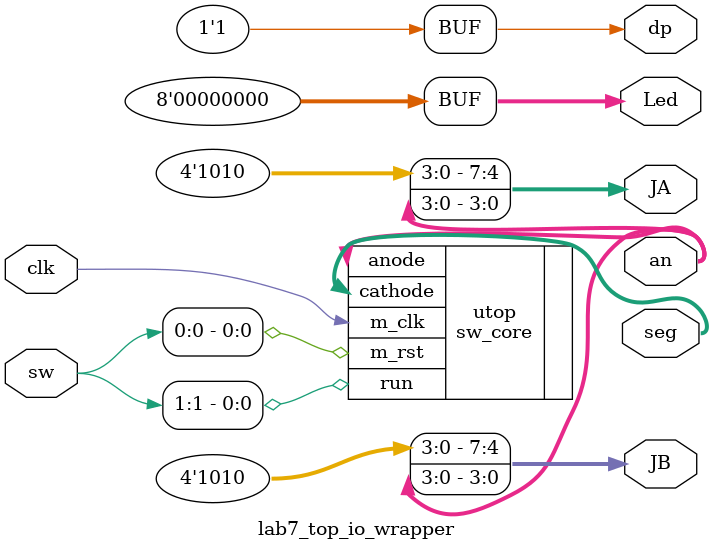
<source format=v>
`timescale 1ns / 1ps
module lab7_top_io_wrapper(
	input clk,
	output [6:0] seg,
	output dp,
	output [3:0] an,
	output [7:0] Led,
	output [7:0] JA,
	output [7:0] JB,
	input [1:0] sw
	);
	 
	// --------- outputs ----------
	// shut everything off as a default
	// seven segment decoder with decimal point
//	assign seg = 7'b1111111;	// low is on
	assign dp = 4'b1111;	// low is on
	// anodes for each digit
//	assign an = 4'b1111;	// low is on
	// regular leds
//	assign Led = 8'b00000000;	// high is on
	assign Led[7:0] = 0;
	
	// Instantiate the top module
	sw_core utop (
		.run(sw[1]),
		.m_rst(sw[0]),
		.m_clk(clk),
		.cathode(seg),
		.anode(an)
	);
	 
	assign JA[3:0] = an;
	assign JA[7:4] = 4'b1010;
	assign JB[3:0] = an;
	assign JB[7:4] = 4'b1010;
	
endmodule

</source>
